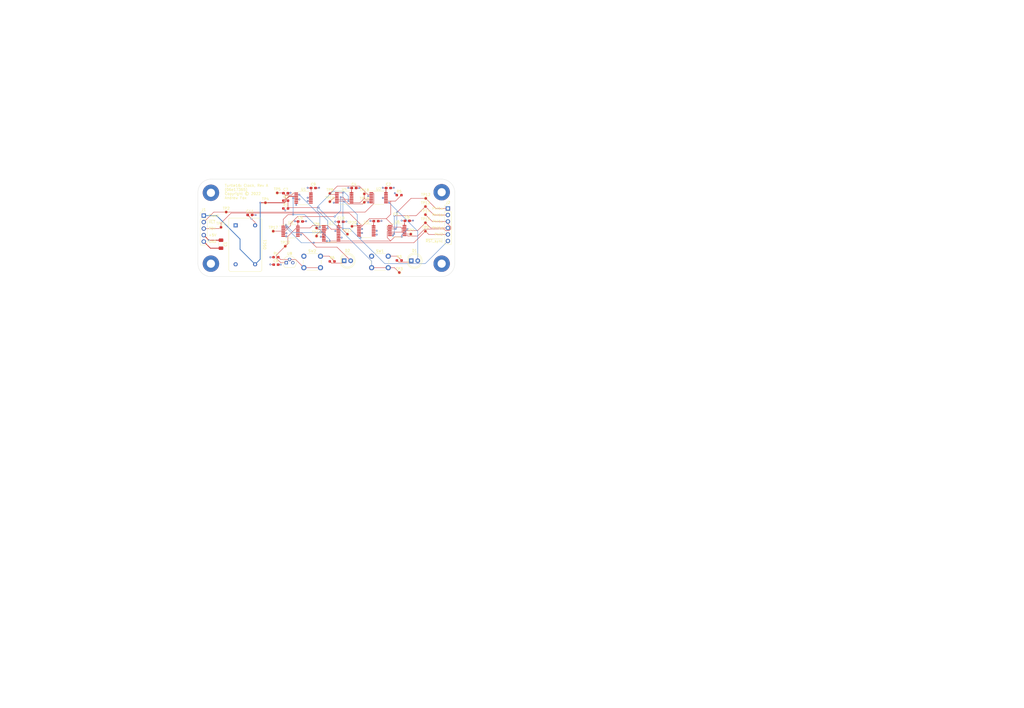
<source format=kicad_pcb>
(kicad_pcb (version 20211014) (generator pcbnew)
  (title_block (title "Turtle16: Clock Module") (date "2022-04-09") (rev "A (06e17365)") (comment 4 "Clock module for the Turtle16 computer"))
  (layers (0 "F.Cu" signal) (1 "In1.Cu" power) (2 "In2.Cu" power) (31 "B.Cu" signal) (34 "B.Paste" user) (35 "F.Paste" user) (36 "B.SilkS" user "B.Silkscreen") (37 "F.SilkS" user "F.Silkscreen") (38 "B.Mask" user) (39 "F.Mask" user) (44 "Edge.Cuts" user))
  (net 0 "")
  (net 1 "GND")
  (net 2 "VCC")
  (net 3 "Net-(D1-Pad2)")
  (net 4 "Net-(D1-Pad1)")
  (net 5 "Net-(D2-Pad1)")
  (net 6 "Net-(D2-Pad2)")
  (net 7 "/Clock/Phi1_0")
  (net 8 "Net-(R4-Pad2)")
  (net 10 "Net-(C7-Pad1)")
  (net 11 "/Clock/RawClock")
  (net 12 "/Clock/~{HLT}")
  (net 13 "/Clock/RDY")
  (net 14 "/Clock/Phi1a")
  (net 15 "/Clock/Phi1b")
  (net 16 "/Clock/Phi1c")
  (net 17 "/Clock/Phi1d")
  (net 18 "/Clock/Phi2")
  (net 19 "/Clock/~{RST_sync}")
  (net 20 "Net-(R1-Pad2)")
  (net 21 "Net-(TP6-Pad1)")
  (net 22 "/Clock/Button1")
  (net 27 "Net-(TP8-Pad1)")
  (net 31 "Net-(TP16-Pad1)")
  (net 35 "Net-(TP18-Pad1)")
  (net 36 "Net-(TP19-Pad1)")
  (net 37 "Net-(TP17-Pad1)")
  (net 38 "/Clock/~{RST_async}")
  (net 41 "Net-(TP20-Pad1)")
  (net 43 "Net-(U5-Pad3)")
  (net 46 "Net-(U5-Pad11)")
  (footprint "Capacitor_SMD:C_0603_1608Metric_Pad1.08x0.95mm_HandSolder" (layer "F.Cu") (at 157.0081 96.6109)
    (fp_text reference "C3")
    (fp_text value "100nF")
  )
  (footprint "Resistor_SMD:R_0603_1608Metric_Pad0.98x0.95mm_HandSolder" (layer "F.Cu") (at 166.0251 86.4509)
    (fp_text reference "R5")
    (fp_text value "10K")
  )
  (footprint "MountingHole:MountingHole_3.2mm_M3_Pad" (layer "F.Cu") (at 92.4921 113.2479)
    (fp_text reference "H3" hide)
    (fp_text value "MountingHole_Pad")
  )
  (footprint "TestPoint:TestPoint_Pad_D1.0mm" (layer "F.Cu") (at 113.792 89.408)
    (fp_text reference "TP4")
    (fp_text value "RawClock")
  )
  (footprint "TestPoint:TestPoint_Pad_D1.0mm" (layer "F.Cu") (at 121.539 106.426)
    (fp_text reference "TP22")
    (fp_text value "~{RST_async}")
  )
  (footprint "Capacitor_SMD:C_0603_1608Metric_Pad1.08x0.95mm_HandSolder" (layer "F.Cu") (at 169.2001 96.4839)
    (fp_text reference "C6")
    (fp_text value "100nF")
  )
  (footprint "Button_Switch_THT:SW_PUSH_6mm_H5mm" (layer "F.Cu") (at 155.2821 110.3269)
    (fp_text reference "SW1")
    (fp_text value "Resume")
  )
  (footprint "LED_THT:LED_D5.0mm" (layer "F.Cu") (at 170.7711 112.1049)
    (fp_text reference "D1")
    (fp_text value "Wait")
  )
  (footprint "Resistor_SMD:R_0603_1608Metric_Pad0.98x0.95mm_HandSolder" (layer "F.Cu") (at 121.7021 88.6099)
    (fp_text reference "R2")
    (fp_text value "1K")
  )
  (footprint "Package_SO:TSSOP-14_4.4x5mm_P0.65mm" (layer "F.Cu") (at 153.1981 100.4209)
    (fp_text reference "U3")
    (fp_text value "74AHCT05")
  )
  (footprint "Capacitor_SMD:C_0603_1608Metric_Pad1.08x0.95mm_HandSolder" (layer "F.Cu") (at 121.7021 85.6889)
    (fp_text reference "C7")
    (fp_text value "1uF")
  )
  (footprint "Oscillator:Oscillator_DIP-14" (layer "F.Cu") (at 102.144093 98.261907 -90)
    (fp_text reference "OSC1")
    (fp_text value "12MHz")
  )
  (footprint "MountingHole:MountingHole_3.2mm_M3_Pad" (layer "F.Cu") (at 182.6621 113.2479)
    (fp_text reference "H4" hide)
    (fp_text value "MountingHole_Pad")
  )
  (footprint "Capacitor_SMD:C_0603_1608Metric_Pad1.08x0.95mm_HandSolder" (layer "F.Cu") (at 117.8921 113.6289)
    (fp_text reference "C8")
    (fp_text value "100nF")
  )
  (footprint "Resistor_SMD:R_0603_1608Metric_Pad0.98x0.95mm_HandSolder" (layer "F.Cu") (at 121.7021 91.6579)
    (fp_text reference "R1")
    (fp_text value "10K")
  )
  (footprint "Resistor_SMD:R_0603_1608Metric_Pad0.98x0.95mm_HandSolder" (layer "F.Cu") (at 166.0721 111.9779)
    (fp_text reference "R3")
    (fp_text value "220R")
  )
  (footprint "TestPoint:TestPoint_Pad_D1.0mm" (layer "F.Cu") (at 96.4291 99.0239)
    (fp_text reference "TP21")
    (fp_text value "RDY")
  )
  (footprint "Capacitor_SMD:C_0603_1608Metric_Pad1.08x0.95mm_HandSolder" (layer "F.Cu") (at 132.4971 83.6569)
    (fp_text reference "C9")
    (fp_text value "100nF")
  )
  (footprint "MountingHole:MountingHole_3.2mm_M3_Pad" (layer "F.Cu") (at 92.4921 85.5258)
    (fp_text reference "H1" hide)
    (fp_text value "MountingHole_Pad")
  )
  (footprint "TestPoint:TestPoint_Pad_D1.0mm" (layer "F.Cu") (at 133.7671 102.4529)
    (fp_text reference "TP10")
    (fp_text value "Button1")
  )
  (footprint "Capacitor_SMD:C_1206_3216Metric_Pad1.33x1.80mm_HandSolder" (layer "F.Cu") (at 96.4291 105.6279 -90)
    (fp_text reference "C1")
    (fp_text value "100µF")
  )
  (footprint "Package_SO:TSSOP-14_4.4x5mm_P0.65mm" (layer "F.Cu") (at 144.5621 87.4669)
    (fp_text reference "U4")
    (fp_text value "74AHCT08")
  )
  (footprint "TestPoint:TestPoint_Pad_D1.0mm" (layer "F.Cu") (at 145.8321 101.6909)
    (fp_text reference "TP11")
    (fp_text value "~{RST_sync}")
  )
  (footprint "Package_SO:TSSOP-14_4.4x5mm_P0.65mm" (layer "F.Cu") (at 123.607093 100.547907)
    (fp_text reference "U5")
    (fp_text value "74AHCT04")
  )
  (footprint "MountingHole:MountingHole_3.2mm_M3_Pad" (layer "F.Cu") (at 182.6621 85.3079)
    (fp_text reference "H2" hide)
    (fp_text value "MountingHole_Pad")
  )
  (footprint "Package_SO:TSSOP-14_4.4x5mm_P0.65mm" (layer "F.Cu") (at 158.0241 87.4669)
    (fp_text reference "U2")
    (fp_text value "74AHCT04")
  )
  (footprint "Package_SO:TSSOP-14_4.4x5mm_P0.65mm" (layer "F.Cu") (at 128.6871 87.5939)
    (fp_text reference "U1")
    (fp_text value "74HC14")
  )
  (footprint "LED_THT:LED_D5.0mm" (layer "F.Cu") (at 144.5621 112.1049)
    (fp_text reference "D2")
    (fp_text value "Power OK")
  )
  (footprint "TestPoint:TestPoint_Pad_D1.0mm" (layer "F.Cu") (at 170.5971 101.6909)
    (fp_text reference "TP7")
    (fp_text value "Phi1_0")
  )
  (footprint "Capacitor_SMD:C_0603_1608Metric_Pad1.08x0.95mm_HandSolder" (layer "F.Cu") (at 127.4171 96.7379)
    (fp_text reference "C5")
    (fp_text value "100nF")
  )
  (footprint "Package_SO:TSSOP-20_4.4x6.5mm_P0.65mm" (layer "F.Cu") (at 139.4821 101.4369)
    (fp_text reference "U7")
    (fp_text value "74AHCT273")
  )
  (footprint "TestPoint:TestPoint_Pad_D1.0mm" (layer "F.Cu") (at 133.7671 99.2779)
    (fp_text reference "TP6")
    (fp_text value "Debounced")
  )
  (footprint "TestPoint:TestPoint_Pad_D1.0mm" (layer "F.Cu") (at 152.4361 85.9429)
    (fp_text reference "TP18")
    (fp_text value "TP")
  )
  (footprint "TestPoint:TestPoint_Pad_D1.0mm" (layer "F.Cu") (at 176.3121 97.2459)
    (fp_text reference "TP15")
    (fp_text value "Phi1d")
  )
  (footprint "TestPoint:TestPoint_Pad_D1.0mm" (layer "F.Cu") (at 176.3121 90.8959)
    (fp_text reference "TP13")
    (fp_text value "Phi1b")
  )
  (footprint "Resistor_SMD:R_0603_1608Metric_Pad0.98x0.95mm_HandSolder" (layer "F.Cu") (at 117.8921 110.7079)
    (fp_text reference "R4")
    (fp_text value "1K")
  )
  (footprint "TestPoint:TestPoint_Pad_D1.0mm" (layer "F.Cu") (at 118.4001 85.5619)
    (fp_text reference "TP5")
    (fp_text value "TP")
  )
  (footprint "Capacitor_SMD:C_0603_1608Metric_Pad1.08x0.95mm_HandSolder" (layer "F.Cu") (at 107.7321 94.1979)
    (fp_text reference "C11")
    (fp_text value "100nF")
  )
  (footprint "TestPoint:TestPoint_Pad_D1.0mm" (layer "F.Cu") (at 176.3121 100.5479)
    (fp_text reference "TP9")
    (fp_text value "Phi2")
  )
  (footprint "TestPoint:TestPoint_Pad_D1.0mm" (layer "F.Cu") (at 116.84 100.5479)
    (fp_text reference "TP17")
    (fp_text value "TP")
  )
  (footprint "TestPoint:TestPoint_Pad_D1.0mm" (layer "F.Cu") (at 166.116 116.713)
    (fp_text reference "TP3")
    (fp_text value "Resume")
  )
  (footprint "Package_SO:TSSOP-14_4.4x5mm_P0.65mm" (layer "F.Cu") (at 165.2631 100.2939)
    (fp_text reference "U6")
    (fp_text value "74AHCT08")
  )
  (footprint "Capacitor_SMD:C_0603_1608Metric_Pad1.08x0.95mm_HandSolder" (layer "F.Cu") (at 148.3721 83.6569)
    (fp_text reference "C4")
    (fp_text value "100nF")
  )
  (footprint "Connector_PinHeader_2.54mm:PinHeader_1x06_P2.54mm_Vertical" (layer "F.Cu") (at 185.1001 91.6679)
    (fp_text reference "J2")
    (fp_text value "Clock Outputs")
  )
  (footprint "TestPoint:TestPoint_Pad_D1.0mm" (layer "F.Cu") (at 152.4361 89.2449)
    (fp_text reference "TP19")
    (fp_text value "TP")
  )
  (footprint "Package_TO_SOT_THT:TO-92" (layer "F.Cu") (at 121.9561 112.8669)
    (fp_text reference "U8")
    (fp_text value "MCP100-450D")
  )
  (footprint "Resistor_SMD:R_0603_1608Metric_Pad0.98x0.95mm_HandSolder" (layer "F.Cu") (at 139.8631 112.3589)
    (fp_text reference "R6")
    (fp_text value "220R")
  )
  (footprint "Capacitor_SMD:C_0603_1608Metric_Pad1.08x0.95mm_HandSolder" (layer "F.Cu") (at 161.8341 83.6569)
    (fp_text reference "C2")
    (fp_text value "100nF")
  )
  (footprint "Connector_PinHeader_2.54mm:PinHeader_1x05_P2.54mm_Vertical" (layer "F.Cu") (at 89.6981 94.4519)
    (fp_text reference "J1")
    (fp_text value "Clock Inputs")
  )
  (footprint "TestPoint:TestPoint_Pad_D1.0mm" (layer "F.Cu") (at 176.3121 94.0709)
    (fp_text reference "TP14")
    (fp_text value "Phi1c")
  )
  (footprint "TestPoint:TestPoint_Pad_D1.0mm" (layer "F.Cu") (at 176.4391 87.7209)
    (fp_text reference "TP12")
    (fp_text value "Phi1a")
  )
  (footprint "Capacitor_SMD:C_0603_1608Metric_Pad1.08x0.95mm_HandSolder" (layer "F.Cu") (at 143.2921 96.8649)
    (fp_text reference "C10")
    (fp_text value "100nF")
  )
  (footprint "TestPoint:TestPoint_Pad_D1.0mm" (layer "F.Cu") (at 98.4611 93.0549)
    (fp_text reference "TP2")
    (fp_text value "~{HLT}")
  )
  (footprint "TestPoint:TestPoint_Pad_D1.0mm" (layer "F.Cu") (at 138.9741 85.8159)
    (fp_text reference "TP8")
    (fp_text value "HLT")
  )
  (footprint "TestPoint:TestPoint_Pad_D1.0mm" (layer "F.Cu") (at 138.9741 88.9909)
    (fp_text reference "TP16")
    (fp_text value "TP")
  )
  (footprint "TestPoint:TestPoint_Pad_D1.0mm" (layer "F.Cu") (at 147.6101 98.6429)
    (fp_text reference "TP20")
    (fp_text value "TP")
  )
  (footprint "Button_Switch_THT:SW_PUSH_6mm_H5mm" (layer "F.Cu") (at 128.8141 110.3269)
    (fp_text reference "SW2")
    (fp_text value "Reset")
  )
  (gr_line (start 187.742102 113.247898) (end 187.742102 85.307898) (layer "Edge.Cuts") (width 0.1))
  (gr_line (start 87.412102 85.307898) (end 87.412102 113.247898) (layer "Edge.Cuts") (width 0.1))
  (gr_line (start 92.492102 118.327898) (end 182.662102 118.327898) (layer "Edge.Cuts") (width 0.1))
  (gr_arc (start 182.662102 80.227898) (mid 186.254204 81.715796) (end 187.742102 85.307898) (layer "Edge.Cuts") (width 0.1))
  (gr_arc (start 187.742102 113.247898) (mid 186.254204 116.84) (end 182.662102 118.327898) (layer "Edge.Cuts") (width 0.1))
  (gr_arc (start 87.412102 85.307898) (mid 88.9 81.715796) (end 92.492102 80.227898) (layer "Edge.Cuts") (width 0.1))
  (gr_line (start 182.662102 80.227898) (end 92.492102 80.227898) (layer "Edge.Cuts") (width 0.1))
  (gr_arc (start 92.492102 118.327898) (mid 88.9 116.84) (end 87.412102 113.247898) (layer "Edge.Cuts") (width 0.1))
  (gr_text "Turtle16: Clock, Rev A\n(06e17365)\nCopyright © 2022\nAndrew Fox" (at 97.79 85.09) (layer "F.SilkS") (effects (font (size 1 1)) (justify left)))
  (gr_text "Clock" (at 91.476102 94.451898) (layer "F.SilkS") (effects (font (size 1 1)) (justify left)))
  (gr_text "+5V" (at 91.476102 102.071898) (layer "F.SilkS") (effects (font (size 1 1)) (justify left)))
  (gr_text "GND" (at 91.476102 104.611898) (layer "F.SilkS") (effects (font (size 1 1)) (justify left)))
  (gr_text "Phi1d" (at 183.297102 99.277898) (layer "F.SilkS") (effects (font (size 1 1)) (justify right)))
  (gr_text "Phi1c" (at 183.297102 96.737898) (layer "F.SilkS") (effects (font (size 1 1)) (justify right)))
  (gr_text "RDY" (at 91.476102 99.531898) (layer "F.SilkS") (effects (font (size 1 1)) (justify left)))
  (gr_text "Phi2" (at 183.297102 101.817898) (layer "F.SilkS") (effects (font (size 1 1)) (justify right)))
  (gr_text "Phi1a" (at 183.297102 91.657898) (layer "F.SilkS") (effects (font (size 1 1)) (justify right)))
  (gr_text "~{RST_sync}" (at 183.297102 104.394) (layer "F.SilkS") (effects (font (size 1 1)) (justify right)))
  (gr_text "~{HLT}" (at 91.476102 96.991898) (layer "F.SilkS") (effects (font (size 1 1)) (justify left)))
  (gr_text "Phi1b" (at 183.297102 94.197898) (layer "F.SilkS") (effects (font (size 1 1)) (justify right)))
  (segment (start 149.235 83.6569) (end 150.459 83.6569) (width 0.1524) (layer "F.Cu") (net 1))
  (segment (start 171.359 96.4839) (end 171.45 96.393) (width 0.1524) (layer "F.Cu") (net 1))
  (segment (start 119.772 113.6289) (end 118.7546 113.6289) (width 0.1524) (layer "F.Cu") (net 1))
  (segment (start 128.28 96.7379) (end 129.576 96.7379) (width 0.1524) (layer "F.Cu") (net 1))
  (segment (start 165.334 110.327) (end 161.7821 110.327) (width 0.1524) (layer "F.Cu") (net 1))
  (segment (start 135.4028 102.7205) (end 136.6196 102.7205) (width 0.1524) (layer "F.Cu") (net 1))
  (segment (start 133.36 83.6569) (end 134.656 83.6569) (width 0.1524) (layer "F.Cu") (net 1))
  (segment (start 150.3356 102.3709) (end 151.0204 103.0557) (width 0.1524) (layer "F.Cu") (net 1))
  (segment (start 142.3446 102.4119) (end 142.3446 103.0619) (width 0.1524) (layer "F.Cu") (net 1))
  (segment (start 155.0176 89.2729) (end 155.1616 89.4169) (width 0.1524) (layer "F.Cu") (net 1))
  (segment (start 145.324 96.8649) (end 145.415 96.774) (width 0.1524) (layer "F.Cu") (net 1))
  (segment (start 89.6981 104.612) (end 92.2766 107.19) (width 0.3048) (layer "F.Cu") (net 1))
  (segment (start 108.595 94.1979) (end 109.946 94.1979) (width 0.1524) (layer "F.Cu") (net 1))
  (segment (start 140.776 112.359) (end 138.744 110.327) (width 0.1524) (layer "F.Cu") (net 1))
  (segment (start 141.6996 89.4169) (end 140.4825 89.4169) (width 0.1524) (layer "F.Cu") (net 1))
  (segment (start 109.946 94.1979) (end 109.982 94.234) (width 0.1524) (layer "F.Cu") (net 1))
  (segment (start 92.2766 107.19) (end 96.4291 107.19) (width 0.3048) (layer "F.Cu") (net 1))
  (segment (start 138.744 110.327) (end 135.3141 110.327) (width 0.1524) (layer "F.Cu") (net 1))
  (segment (start 137.8396 104.4617) (end 136.7194 104.4617) (width 0.1524) (layer "F.Cu") (net 1))
  (segment (start 121.9648 102.5545) (end 120.8012 102.5545) (width 0.1524) (layer "F.Cu") (net 1))
  (segment (start 162.697 83.6569) (end 163.866 83.6569) (width 0.1524) (layer "F.Cu") (net 1))
  (segment (start 157.871 96.6109) (end 159.04 96.6109) (width 0.1524) (layer "F.Cu") (net 1))
  (segment (start 159.04 96.6109) (end 159.131 96.52) (width 0.1524) (layer "F.Cu") (net 1))
  (segment (start 163.641 102.2439) (end 162.4006 102.2439) (width 0.1524) (layer "F.Cu") (net 1))
  (segment (start 153.9346 89.2729) (end 155.0176 89.2729) (width 0.1524) (layer "F.Cu") (net 1))
  (segment (start 129.576 96.7379) (end 129.667 96.647) (width 0.1524) (layer "F.Cu") (net 1))
  (segment (start 125.8246 89.5439) (end 125.8246 90.2322) (width 0.1524) (layer "F.Cu") (net 1))
  (segment (start 123.5936 85.535) (end 122.7185 85.535) (width 0.1524) (layer "F.Cu") (net 1))
  (segment (start 136.6196 102.7205) (end 136.6196 102.4119) (width 0.1524) (layer "F.Cu") (net 1))
  (segment (start 170.063 96.4839) (end 171.359 96.4839) (width 0.1524) (layer "F.Cu") (net 1))
  (segment (start 144.155 96.8649) (end 145.324 96.8649) (width 0.1524) (layer "F.Cu") (net 1))
  (segment (start 143.5787 103.0619) (end 142.3446 103.0619) (width 0.1524) (layer "F.Cu") (net 1))
  (segment (start 166.985 111.978) (end 165.334 110.327) (width 0.1524) (layer "F.Cu") (net 1))
  (segment (start 163.866 83.6569) (end 163.957 83.566) (width 0.1524) (layer "F.Cu") (net 1))
  (segment (start 134.656 83.6569) (end 134.747 83.566) (width 0.1524) (layer "F.Cu") (net 1))
  (segment (start 136.6196 103.0619) (end 136.6196 102.7205) (width 0.1524) (layer "F.Cu") (net 1))
  (segment (start 141.1261 100.4619) (end 142.3446 100.4619) (width 0.1524) (layer "F.Cu") (net 1))
  (segment (start 150.459 83.6569) (end 150.495 83.693) (width 0.1524) (layer "F.Cu") (net 1))
  (via (at 109.982 94.234) (size 0.65) (drill 0.3) (layers "F.Cu" "B.Cu") (net 1))
  (via (at 123.5936 85.535) (size 0.65) (drill 0.3) (layers "F.Cu" "B.Cu") (net 1))
  (via (at 153.9346 89.2729) (size 0.65) (drill 0.3) (layers "F.Cu" "B.Cu") (net 1))
  (via (at 150.495 83.693) (size 0.65) (drill 0.3) (layers "F.Cu" "B.Cu") (net 1))
  (via (at 134.747 83.566) (size 0.65) (drill 0.3) (layers "F.Cu" "B.Cu") (net 1))
  (via (at 125.8246 90.2322) (size 0.65) (drill 0.3) (layers "F.Cu" "B.Cu") (net 1))
  (via (at 151.0204 103.0557) (size 0.65) (drill 0.3) (layers "F.Cu" "B.Cu") (net 1))
  (via (at 140.4825 89.4169) (size 0.65) (drill 0.3) (layers "F.Cu" "B.Cu") (net 1))
  (via (at 135.4028 102.7205) (size 0.65) (drill 0.3) (layers "F.Cu" "B.Cu") (net 1))
  (via (at 145.415 96.774) (size 0.65) (drill 0.3) (layers "F.Cu" "B.Cu") (net 1))
  (via (at 119.772 113.6289) (size 0.65) (drill 0.3) (layers "F.Cu" "B.Cu") (net 1))
  (via (at 129.667 96.647) (size 0.65) (drill 0.3) (layers "F.Cu" "B.Cu") (net 1))
  (via (at 171.45 96.393) (size 0.65) (drill 0.3) (layers "F.Cu" "B.Cu") (net 1))
  (via (at 163.641 102.2439) (size 0.65) (drill 0.3) (layers "F.Cu" "B.Cu") (net 1))
  (via (at 159.131 96.52) (size 0.65) (drill 0.3) (layers "F.Cu" "B.Cu") (net 1))
  (via (at 141.1261 100.4619) (size 0.65) (drill 0.3) (layers "F.Cu" "B.Cu") (net 1))
  (via (at 121.9648 102.5545) (size 0.65) (drill 0.3) (layers "F.Cu" "B.Cu") (net 1))
  (via (at 137.8396 104.4617) (size 0.65) (drill 0.3) (layers "F.Cu" "B.Cu") (net 1))
  (via (at 163.957 83.566) (size 0.65) (drill 0.3) (layers "F.Cu" "B.Cu") (net 1))
  (via (at 143.5787 103.0619) (size 0.65) (drill 0.3) (layers "F.Cu" "B.Cu") (net 1))
  (segment (start 125.9617 88.1068) (end 125.8246 88.2439) (width 0.1524) (layer "F.Cu") (net 2))
  (segment (start 167.096 96.4839) (end 167.005 96.393) (width 0.1524) (layer "F.Cu") (net 2))
  (segment (start 151.5545 99.6842) (end 150.4223 99.6842) (width 0.1524) (layer "F.Cu") (net 2))
  (segment (start 156.061 97.5834) (end 156.061 96.6959) (width 0.1524) (layer "F.Cu") (net 2))
  (segment (start 131.635 83.6569) (end 131.635 85.5589) (width 0.1524) (layer "F.Cu") (net 2))
  (segment (start 141.188 96.8649) (end 141.097 96.774) (width 0.1524) (layer "F.Cu") (net 2))
  (segment (start 126.47 97.7104) (end 126.4696 97.7108) (width 0.1524) (layer "F.Cu") (net 2))
  (segment (start 160.8866 84.6298) (end 160.8866 85.5169) (width 0.1524) (layer "F.Cu") (net 2))
  (segment (start 160.887 85.5169) (end 160.887 84.6294) (width 0.1524) (layer "F.Cu") (net 2))
  (segment (start 131.425 87.4693) (end 131.5496 87.5939) (width 0.1524) (layer "F.Cu") (net 2))
  (segment (start 107.4249 94.7529) (end 107.4246 94.7529) (width 0.1524) (layer "F.Cu") (net 2))
  (segment (start 160.9716 83.6569) (end 159.73 83.6569) (width 0.1524) (layer "F.Cu") (net 2))
  (segment (start 121.5432 92.4115) (end 120.7896 91.6579) (width 0.1524) (layer "F.Cu") (net 2))
  (segment (start 108.2921 95.6203) (end 109.764 97.0924) (width 0.1524) (layer "F.Cu") (net 2))
  (segment (start 126.5546 96.7379) (end 125.44 96.7379) (width 0.1524) (layer "F.Cu") (net 2))
  (segment (start 147.425 84.6294) (end 147.4246 84.6298) (width 0.1524) (layer "F.Cu") (net 2))
  (segment (start 115.733 110.708) (end 115.697 110.744) (width 0.1524) (layer "F.Cu") (net 2))
  (segment (start 131.4042 88.7485) (end 131.5496 88.8939) (width 0.1524) (layer "F.Cu") (net 2))
  (segment (start 131.5496 85.6439) (end 131.5496 86.2939) (width 0.1524) (layer "F.Cu") (net 2))
  (segment (start 160.887 84.6294) (end 160.887 83.7419) (width 0.1524) (layer "F.Cu") (net 2))
  (segment (start 91.6916 104.065) (end 96.4291 104.065) (width 0.3048) (layer "F.Cu") (net 2))
  (segment (start 130.3157 88.7485) (end 131.4042 88.7485) (width 0.1524) (layer "F.Cu") (net 2))
  (segment (start 156.061 98.4709) (end 156.061 97.5834) (width 0.1524) (layer "F.Cu") (net 2))
  (segment (start 147.5096 83.6569) (end 146.268 83.6569) (width 0.1524) (layer "F.Cu") (net 2))
  (segment (start 157.2781 101.8749) (end 156.2146 101.8749) (width 0.1524) (layer "F.Cu") (net 2))
  (segment (start 159.6671 87.5387) (end 160.8148 87.5387) (width 0.1524) (layer "F.Cu") (net 2))
  (segment (start 107.4246 94.7529) (end 106.8696 94.1979) (width 0.1524) (layer "F.Cu") (net 2))
  (segment (start 109.764 97.0924) (end 109.764 98.2619) (width 0.1524) (layer "F.Cu") (net 2))
  (segment (start 168.126 98.3439) (end 168.126 97.5199) (width 0.1524) (layer "F.Cu") (net 2))
  (segment (start 130.302 83.566) (end 130.393 83.6569) (width 0.1524) (layer "F.Cu") (net 2))
  (segment (start 116.9795 110.708) (end 115.733 110.708) (width 0.1524) (layer "F.Cu") (net 2))
  (segment (start 107.4249 94.7529) (end 108.2921 95.6203) (width 0.1524) (layer "F.Cu") (net 2))
  (segment (start 151.5529 101.2393) (end 150.504 101.2393) (width 0.1524) (layer "F.Cu") (net 2))
  (segment (start 130.3013 87.4693) (end 131.425 87.4693) (width 0.1524) (layer "F.Cu") (net 2))
  (segment (start 147.425 85.5169) (end 147.425 84.6294) (width 0.1524) (layer "F.Cu") (net 2))
  (segment (start 142.3446 97.7313) (end 142.3446 98.5119) (width 0.1524) (layer "F.Cu") (net 2))
  (segment (start 115.788 113.629) (end 115.697 113.538) (width 0.1524) (layer "F.Cu") (net 2))
  (segment (start 142.4296 96.8649) (end 141.188 96.8649) (width 0.1524) (layer "F.Cu") (net 2))
  (segment (start 130.393 83.6569) (end 131.6346 83.6569) (width 0.1524) (layer "F.Cu") (net 2))
  (segment (start 154.904 96.6109) (end 154.813 96.52) (width 0.1524) (layer "F.Cu") (net 2))
  (segment (start 120.8986 101.3519) (end 120.7446 101.1979) (width 0.1524) (layer "F.Cu") (net 2))
  (segment (start 127.7044 101.8718) (end 126.4935 101.8718) (width 0.1524) (layer "F.Cu") (net 2))
  (segment (start 142.345 98.5119) (end 142.345 97.7309) (width 0.1524) (layer "F.Cu") (net 2))
  (segment (start 147.4246 86.1669) (end 147.4246 86.8169) (width 0.1524) (layer "F.Cu") (net 2))
  (segment (start 121.983 101.3519) (end 120.8986 101.3519) (width 0.1524) (layer "F.Cu") (net 2))
  (segment (start 168.3376 96.4839) (end 167.096 96.4839) (width 0.1524) (layer "F.Cu") (net 2))
  (segment (start 126.47 97.7104) (end 126.47 96.8229) (width 0.1524) (layer "F.Cu") (net 2))
  (segment (start 155.1616 86.8169) (end 153.9223 86.8169) (width 0.1524) (layer "F.Cu") (net 2))
  (segment (start 142.345 97.7309) (end 142.345 96.9499) (width 0.1524) (layer "F.Cu") (net 2))
  (segment (start 126.47 98.5979) (end 126.47 97.7104) (width 0.1524) (layer "F.Cu") (net 2))
  (segment (start 146.268 83.6569) (end 146.177 83.566) (width 0.1524) (layer "F.Cu") (net 2))
  (segment (start 156.0606 97.5838) (end 156.0606 98.4709) (width 0.1524) (layer "F.Cu") (net 2))
  (segment (start 127.0532 88.1068) (end 125.9617 88.1068) (width 0.1524) (layer "F.Cu") (net 2))
  (segment (start 147.425 84.6294) (end 147.425 83.7419) (width 0.1524) (layer "F.Cu") (net 2))
  (segment (start 126.4696 97.7108) (end 126.4696 98.5979) (width 0.1524) (layer "F.Cu") (net 2))
  (segment (start 168.126 97.5199) (end 168.126 96.6959) (width 0.1524) (layer "F.Cu") (net 2))
  (segment (start 156.2146 101.8749) (end 156.0606 101.7209) (width 0.1524) (layer "F.Cu") (net 2))
  (segment (start 156.061 97.5834) (end 156.0606 97.5838) (width 0.1524) (layer "F.Cu") (net 2))
  (segment (start 160.8866 85.5169) (end 160.8866 86.1669) (width 0.1524) (layer "F.Cu") (net 2))
  (segment (start 159.73 83.6569) (end 159.639 83.566) (width 0.1524) (layer "F.Cu") (net 2))
  (segment (start 142.345 97.7309) (end 142.3446 97.7313) (width 0.1524) (layer "F.Cu") (net 2))
  (segment (start 147.4246 84.6298) (end 147.4246 85.5169) (width 0.1524) (layer "F.Cu") (net 2))
  (segment (start 117.0295 113.629) (end 115.788 113.629) (width 0.1524) (layer "F.Cu") (net 2))
  (segment (start 106.87 94.1979) (end 107.4249 94.7529) (width 0.1524) (layer "F.Cu") (net 2))
  (segment (start 89.6981 102.072) (end 91.6916 104.065) (width 0.3048) (layer "F.Cu") (net 2))
  (segment (start 168.126 97.5199) (end 168.1256 97.5203) (width 0.1524) (layer "F.Cu") (net 2))
  (segment (start 157.2903 100.3991) (end 156.0824 100.3991) (width 0.1524) (layer "F.Cu") (net 2))
  (segment (start 164.3541 85.6924) (end 165.1126 86.4509) (width 0.1524) (layer "F.Cu") (net 2))
  (segment (start 160.887 84.6294) (end 160.8866 84.6298) (width 0.1524) (layer "F.Cu") (net 2))
  (segment (start 156.1456 96.6109) (end 154.904 96.6109) (width 0.1524) (layer "F.Cu") (net 2))
  (segment (start 147.4246 85.5169) (end 147.4246 86.1669) (width 0.1524) (layer "F.Cu") (net 2))
  (segment (start 125.44 96.7379) (end 125.349 96.647) (width 0.1524) (layer "F.Cu") (net 2))
  (segment (start 156.0606 98.4709) (end 156.0606 99.1209) (width 0.1524) (layer "F.Cu") (net 2))
  (segment (start 150.504 101.2393) (end 150.3356 101.0709) (width 0.1524) (layer "F.Cu") (net 2))
  (segment (start 168.1256 97.5203) (end 168.1256 98.3439) (width 0.1524) (layer "F.Cu") (net 2))
  (via (at 151.5545 99.6842) (size 0.65) (drill 0.3) (layers "F.Cu" "B.Cu") (net 2))
  (via (at 127.7044 101.8718) (size 0.65) (drill 0.3) (layers "F.Cu" "B.Cu") (net 2))
  (via (at 151.5529 101.2393) (size 0.65) (drill 0.3) (layers "F.Cu" "B.Cu") (net 2))
  (via (at 159.6671 87.5387) (size 0.65) (drill 0.3) (layers "F.Cu" "B.Cu") (net 2))
  (via (at 130.3157 88.7485) (size 0.65) (drill 0.3) (layers "F.Cu" "B.Cu") (net 2))
  (via (at 141.097 96.774) (size 0.65) (drill 0.3) (layers "F.Cu" "B.Cu") (net 2))
  (via (at 157.2903 100.3991) (size 0.65) (drill 0.3) (layers "F.Cu" "B.Cu") (net 2))
  (via (at 130.3013 87.4693) (size 0.65) (drill 0.3) (layers "F.Cu" "B.Cu") (net 2))
  (via (at 164.3541 85.6924) (size 0.65) (drill 0.3) (layers "F.Cu" "B.Cu") (net 2))
  (via (at 159.639 83.566) (size 0.65) (drill 0.3) (layers "F.Cu" "B.Cu") (net 2))
  (via (at 127.0532 88.1068) (size 0.65) (drill 0.3) (layers "F.Cu" "B.Cu") (net 2))
  (via (at 108.2921 95.6203) (size 0.65) (drill 0.3) (layers "F.Cu" "B.Cu") (net 2))
  (via (at 121.983 101.3519) (size 0.65) (drill 0.3) (layers "F.Cu" "B.Cu") (net 2))
  (via (at 146.177 83.566) (size 0.65) (drill 0.3) (layers "F.Cu" "B.Cu") (net 2))
  (via (at 91.6916 104.065) (size 0.65) (drill 0.3) (layers "F.Cu" "B.Cu") (net 2))
  (via (at 157.2781 101.8749) (size 0.65) (drill 0.3) (layers "F.Cu" "B.Cu") (net 2))
  (via (at 167.005 96.393) (size 0.65) (drill 0.3) (layers "F.Cu" "B.Cu") (net 2))
  (via (at 121.5432 92.4115) (size 0.65) (drill 0.3) (layers "F.Cu" "B.Cu") (net 2))
  (via (at 154.813 96.52) (size 0.65) (drill 0.3) (layers "F.Cu" "B.Cu") (net 2))
  (via (at 115.697 113.538) (size 0.65) (drill 0.3) (layers "F.Cu" "B.Cu") (net 2))
  (via (at 153.9223 86.8169) (size 0.65) (drill 0.3) (layers "F.Cu" "B.Cu") (net 2))
  (via (at 130.302 83.566) (size 0.65) (drill 0.3) (layers "F.Cu" "B.Cu") (net 2))
  (via (at 125.349 96.647) (size 0.65) (drill 0.3) (layers "F.Cu" "B.Cu") (net 2))
  (via (at 115.697 110.744) (size 0.65) (drill 0.3) (layers "F.Cu" "B.Cu") (net 2))
  (segment (start 160.8866 89.4169) (end 162.1594 89.4169) (width 0.1524) (layer "F.Cu") (net 3))
  (via (at 162.1594 89.4169) (size 0.65) (drill 0.3) (layers "F.Cu" "B.Cu") (net 3))
  (segment (start 173.3111 112.1049) (end 173.3111 100.5686) (width 0.1524) (layer "B.Cu") (net 3))
  (segment (start 173.3111 100.5686) (end 162.1594 89.4169) (width 0.1524) (layer "B.Cu") (net 3))
  (segment (start 165.863 112.681) (end 170.195 112.681) (width 0.1524) (layer "F.Cu") (net 4))
  (segment (start 165.16 111.978) (end 165.863 112.681) (width 0.1524) (layer "F.Cu") (net 4))
  (segment (start 143.605 113.062) (end 144.562 112.105) (width 0.1524) (layer "F.Cu") (net 5))
  (segment (start 138.951 112.359) (end 139.654 113.062) (width 0.1524) (layer "F.Cu") (net 5))
  (segment (start 139.654 113.062) (end 143.605 113.062) (width 0.1524) (layer "F.Cu") (net 5))
  (segment (start 141.8071 106.8099) (end 133.648 106.8099) (width 0.1524) (layer "F.Cu") (net 6))
  (segment (start 147.1021 112.1049) (end 141.8071 106.8099) (width 0.1524) (layer "F.Cu") (net 6))
  (segment (start 133.648 106.8099) (end 128.036 101.1979) (width 0.1524) (layer "F.Cu") (net 6))
  (segment (start 128.036 101.1979) (end 126.4696 101.1979) (width 0.1524) (layer "F.Cu") (net 6))
  (segment (start 161.8232 100.2939) (end 161.3789 100.7382) (width 0.1524) (layer "F.Cu") (net 7))
  (segment (start 168.1256 99.6439) (end 169.2597 99.6439) (width 0.1524) (layer "F.Cu") (net 7))
  (segment (start 161.3789 103.0609) (end 162.6799 104.3619) (width 0.1524) (layer "F.Cu") (net 7))
  (segment (start 161.8232 100.2939) (end 161.4337 99.9044) (width 0.1524) (layer "F.Cu") (net 7))
  (segment (start 164.2805 102.7613) (end 167.0671 102.7613) (width 0.1524) (layer "F.Cu") (net 7))
  (segment (start 169.2597 99.6439) (end 169.3635 99.7477) (width 0.1524) (layer "F.Cu") (net 7))
  (segment (start 162.6799 104.3619) (end 164.2805 102.7613) (width 0.1524) (layer "F.Cu") (net 7))
  (segment (start 120.7446 98.5979) (end 120.7446 95.9174) (width 0.1524) (layer "F.Cu") (net 7))
  (segment (start 161.3789 100.7382) (end 161.3789 103.0609) (width 0.1524) (layer "F.Cu") (net 7))
  (segment (start 142.3446 104.3619) (end 138.8847 104.3619) (width 0.1524) (layer "F.Cu") (net 7))
  (segment (start 161.4337 98.7441) (end 161.8339 98.3439) (width 0.1524) (layer "F.Cu") (net 7))
  (segment (start 167.5467 101.5939) (end 167.0671 102.0735) (width 0.1524) (layer "F.Cu") (net 7))
  (segment (start 161.4337 99.9044) (end 161.4337 98.7441) (width 0.1524) (layer "F.Cu") (net 7))
  (segment (start 120.7446 95.9174) (end 122.6121 94.0499) (width 0.1524) (layer "F.Cu") (net 7))
  (segment (start 125.8246 87.5939) (end 124.6006 87.5939) (width 0.1524) (layer "F.Cu") (net 7))
  (segment (start 167.0671 102.0735) (end 167.0671 102.7613) (width 0.1524) (layer "F.Cu") (net 7))
  (segment (start 170.5971 101.6909) (end 168.2226 101.6909) (width 0.1524) (layer "F.Cu") (net 7))
  (segment (start 122.6121 94.0499) (end 124.6006 94.0499) (width 0.1524) (layer "F.Cu") (net 7))
  (segment (start 162.6799 104.3619) (end 142.3446 104.3619) (width 0.1524) (layer "F.Cu") (net 7))
  (via (at 138.8847 104.3619) (size 0.65) (drill 0.3) (layers "F.Cu" "B.Cu") (net 7))
  (via (at 169.3635 99.7477) (size 0.65) (drill 0.3) (layers "F.Cu" "B.Cu") (net 7))
  (via (at 167.0671 102.7613) (size 0.65) (drill 0.3) (layers "F.Cu" "B.Cu") (net 7))
  (via (at 124.6006 94.0499) (size 0.65) (drill 0.3) (layers "F.Cu" "B.Cu") (net 7))
  (via (at 124.6006 87.5939) (size 0.65) (drill 0.3) (layers "F.Cu" "B.Cu") (net 7))
  (segment (start 124.6006 94.0499) (end 124.6006 87.5939) (width 0.1524) (layer "B.Cu") (net 7))
  (segment (start 129.1155 94.0499) (end 124.6006 94.0499) (width 0.1524) (layer "B.Cu") (net 7))
  (segment (start 138.8847 103.8191) (end 129.1155 94.0499) (width 0.1524) (layer "B.Cu") (net 7))
  (segment (start 167.0671 102.0441) (end 169.3635 99.7477) (width 0.1524) (layer "B.Cu") (net 7))
  (segment (start 138.8847 104.3619) (end 138.8847 103.8191) (width 0.1524) (layer "B.Cu") (net 7))
  (segment (start 167.0671 102.7613) (end 167.0671 102.0441) (width 0.1524) (layer "B.Cu") (net 7))
  (segment (start 119.2492 111.1525) (end 118.8046 110.7079) (width 0.1524) (layer "F.Cu") (net 8))
  (segment (start 119.2495 111.1525) (end 119.694 111.597) (width 0.1524) (layer "F.Cu") (net 8))
  (segment (start 119.694 111.597) (end 123.2262 111.597) (width 0.1524) (layer "F.Cu") (net 8))
  (segment (start 118.805 110.708) (end 119.2495 111.1525) (width 0.1524) (layer "F.Cu") (net 8))
  (segment (start 125.584 111.597) (end 128.814 114.827) (width 0.1524) (layer "F.Cu") (net 8))
  (segment (start 119.2495 111.1525) (end 119.2492 111.1525) (width 0.1524) (layer "F.Cu") (net 8))
  (segment (start 128.8142 114.827) (end 135.314 114.827) (width 0.1524) (layer "F.Cu") (net 8))
  (segment (start 123.2262 111.597) (end 125.584 111.597) (width 0.1524) (layer "F.Cu") (net 8))
  (segment (start 120.8396 85.6889) (end 121.5995 86.4488) (width 0.1524) (layer "F.Cu") (net 10))
  (segment (start 121.5995 87.8) (end 120.7896 88.6099) (width 0.1524) (layer "F.Cu") (net 10))
  (segment (start 124.7694 85.6439) (end 125.8246 85.6439) (width 0.1524) (layer "F.Cu") (net 10))
  (segment (start 121.5995 86.4488) (end 121.5995 87.8) (width 0.1524) (layer "F.Cu") (net 10))
  (segment (start 123.9645 86.4488) (end 124.7694 85.6439) (width 0.1524) (layer "F.Cu") (net 10))
  (segment (start 118.4001 85.5619) (end 120.7126 85.5619) (width 0.1524) (layer "F.Cu") (net 10))
  (segment (start 121.5995 86.4488) (end 123.9645 86.4488) (width 0.1524) (layer "F.Cu") (net 10))
  (segment (start 111.76 89.408) (end 113.792 89.408) (width 0.3048) (layer "F.Cu") (net 11))
  (segment (start 121.732818 88.920431) (end 121.245249 89.408) (width 0.3048) (layer "F.Cu") (net 11))
  (segment (start 122.993736 86.9439) (end 121.732818 88.204818) (width 0.3048) (layer "F.Cu") (net 11))
  (segment (start 121.732818 88.204818) (end 121.732818 88.920431) (width 0.3048) (layer "F.Cu") (net 11))
  (segment (start 125.8246 86.9439) (end 122.993736 86.9439) (width 0.3048) (layer "F.Cu") (net 11))
  (segment (start 121.245249 89.408) (end 113.792 89.408) (width 0.3048) (layer "F.Cu") (net 11))
  (via (at 111.76 89.408) (size 0.65) (drill 0.3) (layers "F.Cu" "B.Cu") (net 11))
  (segment (start 103.886 103.632) (end 94.7059 94.4519) (width 0.3048) (layer "B.Cu") (net 11))
  (segment (start 94.7059 94.4519) (end 89.6981 94.4519) (width 0.3048) (layer "B.Cu") (net 11))
  (segment (start 111.76 111.506) (end 109.7641 113.5019) (width 0.3048) (layer "B.Cu") (net 11))
  (segment (start 109.7641 113.5019) (end 103.886 107.6238) (width 0.3048) (layer "B.Cu") (net 11))
  (segment (start 111.76 89.408) (end 111.76 111.506) (width 0.3048) (layer "B.Cu") (net 11))
  (segment (start 103.886 107.6238) (end 103.886 103.632) (width 0.3048) (layer "B.Cu") (net 11))
  (segment (start 152.8037 93.0549) (end 156.1771 89.6815) (width 0.1524) (layer "F.Cu") (net 12))
  (segment (start 156.1771 85.9696) (end 155.7244 85.5169) (width 0.1524) (layer "F.Cu") (net 12))
  (segment (start 156.1771 89.6815) (end 156.1771 85.9696) (width 0.1524) (layer "F.Cu") (net 12))
  (segment (start 93.6351 93.0549) (end 89.6981 96.9919) (width 0.1524) (layer "F.Cu") (net 12))
  (segment (start 98.4611 93.0549) (end 93.6351 93.0549) (width 0.1524) (layer "F.Cu") (net 12))
  (segment (start 98.4611 93.0549) (end 152.8037 93.0549) (width 0.1524) (layer "F.Cu") (net 12))
  (segment (start 163.3675 98.6314) (end 163.005 98.9939) (width 0.1524) (layer "F.Cu") (net 13))
  (segment (start 162.746 93.9546) (end 162.746 88.7669) (width 0.1524) (layer "F.Cu") (net 13))
  (segment (start 167.1497 100.9439) (end 167.1497 99.4062) (width 0.1524) (layer "F.Cu") (net 13))
  (segment (start 151.5808 98.5023) (end 154.4179 95.6652) (width 0.1524) (layer "F.Cu") (net 13))
  (segment (start 167.1497 99.4062) (end 166.7374 98.9939) (width 0.1524) (layer "F.Cu") (net 13))
  (segment (start 161.0354 95.6652) (end 163.3675 97.9973) (width 0.1524) (layer "F.Cu") (net 13))
  (segment (start 162.4006 100.9439) (end 167.1497 100.9439) (width 0.1524) (layer "F.Cu") (net 13))
  (segment (start 154.4179 95.6652) (end 161.0354 95.6652) (width 0.1524) (layer "F.Cu") (net 13))
  (segment (start 162.746 88.7669) (end 164.6216 88.7669) (width 0.1524) (layer "F.Cu") (net 13))
  (segment (start 166.7374 98.9939) (end 162.8715 98.9939) (width 0.1524) (layer "F.Cu") (net 13))
  (segment (start 167.1497 99.4062) (end 167.562 98.9939) (width 0.1524) (layer "F.Cu") (net 13))
  (segment (start 95.9211 99.5319) (end 96.4291 99.0239) (width 0.1524) (layer "F.Cu") (net 13))
  (segment (start 160.8866 88.7669) (end 162.746 88.7669) (width 0.1524) (layer "F.Cu") (net 13))
  (segment (start 151.5808 98.5023) (end 150.9622 99.1209) (width 0.1524) (layer "F.Cu") (net 13))
  (segment (start 167.1497 100.9439) (end 168.1256 100.9439) (width 0.1524) (layer "F.Cu") (net 13))
  (segment (start 96.4291 97.3729) (end 100.3269 93.4751) (width 0.1524) (layer "F.Cu") (net 13))
  (segment (start 164.6216 88.7669) (end 166.9376 86.4509) (width 0.1524) (layer "F.Cu") (net 13))
  (segment (start 96.4291 99.0239) (end 96.4291 97.3729) (width 0.1524) (layer "F.Cu") (net 13))
  (segment (start 89.6981 99.5319) (end 95.9211 99.5319) (width 0.1524) (layer "F.Cu") (net 13))
  (segment (start 146.5536 93.4751) (end 151.5808 98.5023) (width 0.1524) (layer "F.Cu") (net 13))
  (segment (start 100.3269 93.4751) (end 146.5536 93.4751) (width 0.1524) (layer "F.Cu") (net 13))
  (segment (start 163.3675 97.9973) (end 163.3675 98.6314) (width 0.1524) (layer "F.Cu") (net 13))
  (segment (start 161.0354 95.6652) (end 162.746 93.9546) (width 0.1524) (layer "F.Cu") (net 13))
  (segment (start 165.161 93.2077) (end 170.6478 87.7209) (width 0.1524) (layer "F.Cu") (net 14))
  (segment (start 170.6478 87.7209) (end 176.4391 87.7209) (width 0.1524) (layer "F.Cu") (net 14))
  (segment (start 185.1001 91.6679) (end 180.3861 91.6679) (width 0.1524) (layer "F.Cu") (net 14))
  (segment (start 180.3861 91.6679) (end 176.4391 87.7209) (width 0.1524) (layer "F.Cu") (net 14))
  (segment (start 162.4006 99.6439) (end 164.6677 99.6439) (width 0.1524) (layer "F.Cu") (net 14))
  (via (at 164.6677 99.6439) (size 0.65) (drill 0.3) (layers "F.Cu" "B.Cu") (net 14))
  (via (at 165.161 93.2077) (size 0.65) (drill 0.3) (layers "F.Cu" "B.Cu") (net 14))
  (segment (start 165.161 99.1506) (end 164.6677 99.6439) (width 0.1524) (layer "B.Cu") (net 14))
  (segment (start 165.161 93.2077) (end 165.161 99.1506) (width 0.1524) (layer "B.Cu") (net 14))
  (segment (start 164.211 94.4902) (end 172.7178 94.4902) (width 0.1524) (layer "F.Cu") (net 15))
  (segment (start 179.6241 94.2079) (end 176.3121 90.8959) (width 0.1524) (layer "F.Cu") (net 15))
  (segment (start 162.4006 101.5939) (end 164.0909 101.5939) (width 0.1524) (layer "F.Cu") (net 15))
  (segment (start 185.1001 94.2079) (end 179.6241 94.2079) (width 0.1524) (layer "F.Cu") (net 15))
  (segment (start 172.7178 94.4902) (end 176.3121 90.8959) (width 0.1524) (layer "F.Cu") (net 15))
  (segment (start 164.0909 101.5939) (end 164.1174 101.5674) (width 0.1524) (layer "F.Cu") (net 15))
  (via (at 164.1174 101.5674) (size 0.65) (drill 0.3) (layers "F.Cu" "B.Cu") (net 15))
  (via (at 164.211 94.4902) (size 0.65) (drill 0.3) (layers "F.Cu" "B.Cu") (net 15))
  (segment (start 164.211 94.4902) (end 164.1138 94.5874) (width 0.1524) (layer "B.Cu") (net 15))
  (segment (start 164.1138 94.5874) (end 164.1138 101.5638) (width 0.1524) (layer "B.Cu") (net 15))
  (segment (start 164.1138 101.5638) (end 164.1174 101.5674) (width 0.1524) (layer "B.Cu") (net 15))
  (segment (start 169.4807 102.4247) (end 173.2827 102.4247) (width 0.1524) (layer "F.Cu") (net 16))
  (segment (start 185.1001 96.7479) (end 185.1001 97.8268) (width 0.1524) (layer "F.Cu") (net 16))
  (segment (start 185.1001 96.7479) (end 178.9891 96.7479) (width 0.1524) (layer "F.Cu") (net 16))
  (segment (start 168.1256 102.2439) (end 169.2999 102.2439) (width 0.1524) (layer "F.Cu") (net 16))
  (segment (start 183.7365 99.7769) (end 184.3404 100.3808) (width 0.1524) (layer "F.Cu") (net 16))
  (segment (start 175.9305 99.7769) (end 183.7365 99.7769) (width 0.1524) (layer "F.Cu") (net 16))
  (segment (start 186.2403 99.675) (end 186.2403 98.8552) (width 0.1524) (layer "F.Cu") (net 16))
  (segment (start 184.3404 100.3808) (end 185.5345 100.3808) (width 0.1524) (layer "F.Cu") (net 16))
  (segment (start 169.2999 102.2439) (end 169.4807 102.4247) (width 0.1524) (layer "F.Cu") (net 16))
  (segment (start 173.2827 102.4247) (end 175.9305 99.7769) (width 0.1524) (layer "F.Cu") (net 16))
  (segment (start 185.2119 97.8268) (end 185.1001 97.8268) (width 0.1524) (layer "F.Cu") (net 16))
  (segment (start 178.9891 96.7479) (end 176.3121 94.0709) (width 0.1524) (layer "F.Cu") (net 16))
  (segment (start 186.2403 98.8552) (end 185.2119 97.8268) (width 0.1524) (layer "F.Cu") (net 16))
  (segment (start 185.5345 100.3808) (end 186.2403 99.675) (width 0.1524) (layer "F.Cu") (net 16))
  (segment (start 173.2564 100.3016) (end 176.3121 97.2459) (width 0.1524) (layer "F.Cu") (net 17))
  (segment (start 178.3541 99.2879) (end 185.1001 99.2879) (width 0.1524) (layer "F.Cu") (net 17))
  (segment (start 168.1333 100.3016) (end 173.2564 100.3016) (width 0.1524) (layer "F.Cu") (net 17))
  (segment (start 176.3121 97.2459) (end 178.3541 99.2879) (width 0.1524) (layer "F.Cu") (net 17))
  (segment (start 177.5921 101.8279) (end 176.3121 100.5479) (width 0.1524) (layer "F.Cu") (net 18))
  (segment (start 185.1001 101.8279) (end 177.5921 101.8279) (width 0.1524) (layer "F.Cu") (net 18))
  (segment (start 121.3382 99.2479) (end 121.8044 98.7817) (width 0.1524) (layer "F.Cu") (net 18))
  (segment (start 176.3121 100.5479) (end 171.7949 105.0651) (width 0.1524) (layer "F.Cu") (net 18))
  (segment (start 171.7949 105.0651) (end 132.6974 105.0651) (width 0.1524) (layer "F.Cu") (net 18))
  (segment (start 121.8044 98.7817) (end 121.8044 98.0814) (width 0.1524) (layer "F.Cu") (net 18))
  (via (at 121.8044 98.0814) (size 0.65) (drill 0.3) (layers "F.Cu" "B.Cu") (net 18))
  (via (at 132.6974 105.0651) (size 0.65) (drill 0.3) (layers "F.Cu" "B.Cu") (net 18))
  (segment (start 121.8044 99.0727) (end 127.7968 105.0651) (width 0.1524) (layer "B.Cu") (net 18))
  (segment (start 121.8044 98.0814) (end 121.8044 99.0727) (width 0.1524) (layer "B.Cu") (net 18))
  (segment (start 127.7968 105.0651) (end 132.6974 105.0651) (width 0.1524) (layer "B.Cu") (net 18))
  (segment (start 143.9972 99.856) (end 145.8321 101.6909) (width 0.1524) (layer "F.Cu") (net 19))
  (segment (start 143.6239 99.1619) (end 142.3446 99.1619) (width 0.1524) (layer "F.Cu") (net 19))
  (segment (start 141.6996 85.5169) (end 144.0724 85.5169) (width 0.1524) (layer "F.Cu") (net 19))
  (segment (start 143.9972 99.5352) (end 143.9972 99.856) (width 0.1524) (layer "F.Cu") (net 19))
  (segment (start 143.9972 99.5352) (end 143.6239 99.1619) (width 0.1524) (layer "F.Cu") (net 19))
  (via (at 144.0724 85.5169) (size 0.65) (drill 0.3) (layers "F.Cu" "B.Cu") (net 19))
  (via (at 143.9972 99.5352) (size 0.65) (drill 0.3) (layers "F.Cu" "B.Cu") (net 19))
  (segment (start 143.9972 99.5352) (end 144.0724 99.46) (width 0.1524) (layer "B.Cu") (net 19))
  (segment (start 160.4181 113.2368) (end 146.6413 99.46) (width 0.1524) (layer "B.Cu") (net 19))
  (segment (start 144.0724 99.46) (end 144.0724 85.5169) (width 0.1524) (layer "B.Cu") (net 19))
  (segment (start 146.6413 99.46) (end 144.0724 99.46) (width 0.1524) (layer "B.Cu") (net 19))
  (segment (start 185.1001 104.3679) (end 176.2312 113.2368) (width 0.1524) (layer "B.Cu") (net 19))
  (segment (start 160.4181 113.2368) (end 176.2312 113.2368) (width 0.1524) (layer "B.Cu") (net 19))
  (segment (start 161.782 114.827) (end 164.23 114.827) (width 0.1524) (layer "F.Cu") (net 20))
  (segment (start 122.6146 91.2985) (end 122.6146 88.6099) (width 0.1524) (layer "F.Cu") (net 20))
  (segment (start 155.2822 114.827) (end 161.782 114.827) (width 0.1524) (layer "F.Cu") (net 20))
  (segment (start 122.6146 91.2985) (end 134.5994 91.2985) (width 0.1524) (layer "F.Cu") (net 20))
  (segment (start 164.23 114.827) (end 166.116 116.713) (width 0.1524) (layer "F.Cu") (net 20))
  (via (at 134.5994 91.2985) (size 0.65) (drill 0.3) (layers "F.Cu" "B.Cu") (net 20))
  (segment (start 134.5994 91.5637) (end 134.5994 91.2985) (width 0.1524) (layer "B.Cu") (net 20))
  (segment (start 155.2821 114.8269) (end 155.2821 112.2464) (width 0.1524) (layer "B.Cu") (net 20))
  (segment (start 155.2821 112.2464) (end 134.5994 91.5637) (width 0.1524) (layer "B.Cu") (net 20))
  (segment (start 125.8246 86.2939) (end 127.0445 86.2939) (width 0.1524) (layer "F.Cu") (net 21))
  (segment (start 134.3011 99.8119) (end 133.7671 99.2779) (width 0.1524) (layer "F.Cu") (net 21))
  (segment (start 136.6196 99.8119) (end 134.3011 99.8119) (width 0.1524) (layer "F.Cu") (net 21))
  (segment (start 134.1121 98.9329) (end 133.7671 99.2779) (width 0.1524) (layer "F.Cu") (net 21))
  (segment (start 135.0744 98.9329) (end 134.1121 98.9329) (width 0.1524) (layer "F.Cu") (net 21))
  (via (at 135.0744 98.9329) (size 0.65) (drill 0.3) (layers "F.Cu" "B.Cu") (net 21))
  (via (at 127.0445 86.2939) (size 0.65) (drill 0.3) (layers "F.Cu" "B.Cu") (net 21))
  (segment (start 135.0744 94.3238) (end 127.0445 86.2939) (width 0.1524) (layer "B.Cu") (net 21))
  (segment (start 135.0744 98.9329) (end 135.0744 94.3238) (width 0.1524) (layer "B.Cu") (net 21))
  (segment (start 137.7379 99.4241) (end 137.5884 99.5736) (width 0.1524) (layer "F.Cu") (net 22))
  (segment (start 135.2154 100.4619) (end 133.7671 101.9102) (width 0.1524) (layer "F.Cu") (net 22))
  (segment (start 138.1317 99.4241) (end 137.7379 99.4241) (width 0.1524) (layer "F.Cu") (net 22))
  (segment (start 136.6196 100.4619) (end 135.2154 100.4619) (width 0.1524) (layer "F.Cu") (net 22))
  (segment (start 133.7671 101.9102) (end 133.7671 102.4529) (width 0.1524) (layer "F.Cu") (net 22))
  (segment (start 137.1971 100.4619) (end 137.5884 100.0706) (width 0.1524) (layer "F.Cu") (net 22))
  (segment (start 137.5884 99.5736) (end 137.1767 99.1619) (width 0.1524) (layer "F.Cu") (net 22))
  (segment (start 137.5884 100.0706) (end 137.5884 99.5736) (width 0.1524) (layer "F.Cu") (net 22))
  (segment (start 147.4246 88.7669) (end 146.2075 88.7669) (width 0.1524) (layer "F.Cu") (net 22))
  (via (at 138.1317 99.4241) (size 0.65) (drill 0.3) (layers "F.Cu" "B.Cu") (net 22))
  (via (at 146.2075 88.7669) (size 0.65) (drill 0.3) (layers "F.Cu" "B.Cu") (net 22))
  (segment (start 138.1317 99.4241) (end 138.1317 96.4728) (width 0.1524) (layer "B.Cu") (net 22))
  (segment (start 138.1317 96.4728) (end 134.0447 92.3858) (width 0.1524) (layer "B.Cu") (net 22))
  (segment (start 144.2585 84.9193) (end 146.2075 86.8683) (width 0.1524) (layer "B.Cu") (net 22))
  (segment (start 146.2075 86.8683) (end 146.2075 88.7669) (width 0.1524) (layer "B.Cu") (net 22))
  (segment (start 140.1847 84.9193) (end 144.2585 84.9193) (width 0.1524) (layer "B.Cu") (net 22))
  (segment (start 134.0447 92.3858) (end 134.0447 91.0593) (width 0.1524) (layer "B.Cu") (net 22))
  (segment (start 134.0447 91.0593) (end 140.1847 84.9193) (width 0.1524) (layer "B.Cu") (net 22))
  (segment (start 150.5316 82.9461) (end 141.8439 82.9461) (width 0.1524) (layer "F.Cu") (net 27))
  (segment (start 153.7524 86.1669) (end 150.5316 82.9461) (width 0.1524) (layer "F.Cu") (net 27))
  (segment (start 155.1616 86.1669) (end 153.7524 86.1669) (width 0.1524) (layer "F.Cu") (net 27))
  (segment (start 138.9741 85.8159) (end 139.3251 86.1669) (width 0.1524) (layer "F.Cu") (net 27))
  (segment (start 139.3251 86.1669) (end 141.6996 86.1669) (width 0.1524) (layer "F.Cu") (net 27))
  (segment (start 141.8439 82.9461) (end 138.9741 85.8159) (width 0.1524) (layer "F.Cu") (net 27))
  (segment (start 141.6996 86.8169) (end 141.6996 87.4669) (width 0.1524) (layer "F.Cu") (net 31))
  (segment (start 140.4981 87.4669) (end 138.9741 88.9909) (width 0.1524) (layer "F.Cu") (net 31))
  (segment (start 141.6996 87.4669) (end 140.4981 87.4669) (width 0.1524) (layer "F.Cu") (net 31))
  (segment (start 152.4361 87.7436) (end 152.8094 88.1169) (width 0.1524) (layer "F.Cu") (net 35))
  (segment (start 150.7628 89.4169) (end 152.4361 87.7436) (width 0.1524) (layer "F.Cu") (net 35))
  (segment (start 152.4361 87.7436) (end 152.4361 85.9429) (width 0.1524) (layer "F.Cu") (net 35))
  (segment (start 147.4246 89.4169) (end 150.7628 89.4169) (width 0.1524) (layer "F.Cu") (net 35))
  (segment (start 152.8094 88.1169) (end 155.1616 88.1169) (width 0.1524) (layer "F.Cu") (net 35))
  (segment (start 146.2953 89.8935) (end 144.5187 88.1169) (width 0.1524) (layer "F.Cu") (net 36))
  (segment (start 152.4361 89.2449) (end 151.7875 89.8935) (width 0.1524) (layer "F.Cu") (net 36))
  (segment (start 152.962 88.719) (end 152.4361 89.2449) (width 0.1524) (layer "F.Cu") (net 36))
  (segment (start 155.1137 88.719) (end 152.962 88.719) (width 0.1524) (layer "F.Cu") (net 36))
  (segment (start 151.7875 89.8935) (end 146.2953 89.8935) (width 0.1524) (layer "F.Cu") (net 36))
  (segment (start 144.5187 88.1169) (end 141.6996 88.1169) (width 0.1524) (layer "F.Cu") (net 36))
  (segment (start 147.4246 88.1169) (end 144.9504 88.1169) (width 0.1524) (layer "F.Cu") (net 37))
  (segment (start 144.9504 88.1169) (end 144.1093 87.2758) (width 0.1524) (layer "F.Cu") (net 37))
  (segment (start 121.434 100.5479) (end 123.6071 98.3748) (width 0.1524) (layer "F.Cu") (net 37))
  (segment (start 126.347 94.8187) (end 140.8355 94.8187) (width 0.1524) (layer "F.Cu") (net 37))
  (segment (start 123.6071 98.3748) (end 123.6071 97.5586) (width 0.1524) (layer "F.Cu") (net 37))
  (segment (start 123.6071 97.5586) (end 126.347 94.8187) (width 0.1524) (layer "F.Cu") (net 37))
  (segment (start 144.1093 87.2758) (end 143.2188 87.2758) (width 0.1524) (layer "F.Cu") (net 37))
  (segment (start 116.84 100.5479) (end 121.434 100.5479) (width 0.1524) (layer "F.Cu") (net 37))
  (via (at 140.8355 94.8187) (size 0.65) (drill 0.3) (layers "F.Cu" "B.Cu") (net 37))
  (via (at 143.2188 87.2758) (size 0.65) (drill 0.3) (layers "F.Cu" "B.Cu") (net 37))
  (segment (start 143.2188 92.4354) (end 143.2188 87.2758) (width 0.1524) (layer "B.Cu") (net 37))
  (segment (start 140.8355 94.8187) (end 143.2188 92.4354) (width 0.1524) (layer "B.Cu") (net 37))
  (segment (start 122.5713 102.5413) (end 125.8647 99.2479) (width 0.1524) (layer "F.Cu") (net 38))
  (segment (start 139.5478 99.8119) (end 138.1149 98.379) (width 0.1524) (layer "F.Cu") (net 38))
  (segment (start 122.5713 105.3937) (end 122.5713 102.5413) (width 0.1524) (layer "F.Cu") (net 38))
  (segment (start 142.3446 99.8119) (end 139.5478 99.8119) (width 0.1524) (layer "F.Cu") (net 38))
  (segment (start 136.4867 98.379) (end 136.6196 98.5119) (width 0.1524) (layer "F.Cu") (net 38))
  (segment (start 135.9819 98.379) (end 136.4867 98.379) (width 0.1524) (layer "F.Cu") (net 38))
  (segment (start 126.4696 99.2479) (end 131.3004 99.2479) (width 0.1524) (layer "F.Cu") (net 38))
  (segment (start 131.3004 99.2479) (end 132.1693 98.379) (width 0.1524) (layer "F.Cu") (net 38))
  (segment (start 119.7709 112.8669) (end 118.0751 111.1711) (width 0.1524) (layer "F.Cu") (net 38))
  (segment (start 121.9561 112.8669) (end 119.7709 112.8669) (width 0.1524) (layer "F.Cu") (net 38))
  (segment (start 121.539 106.426) (end 122.5713 105.3937) (width 0.1524) (layer "F.Cu") (net 38))
  (segment (start 118.0751 111.1711) (end 118.0751 109.8899) (width 0.1524) (layer "F.Cu") (net 38))
  (segment (start 132.1693 98.379) (end 135.9819 98.379) (width 0.1524) (layer "F.Cu") (net 38))
  (segment (start 138.1149 98.379) (end 135.9819 98.379) (width 0.1524) (layer "F.Cu") (net 38))
  (segment (start 118.0751 109.8899) (end 121.539 106.426) (width 0.1524) (layer "F.Cu") (net 38))
  (segment (start 149.678 97.7726) (end 149.678 98.4709) (width 0.1524) (layer "F.Cu") (net 41))
  (segment (start 141.6996 88.7669) (end 144.3852 88.7669) (width 0.1524) (layer "F.Cu") (net 41))
  (segment (start 149.678 98.4709) (end 147.7821 98.4709) (width 0.1524) (layer "F.Cu") (net 41))
  (segment (start 144.3852 88.7669) (end 144.63 89.0117) (width 0.1524) (layer "F.Cu") (net 41))
  (via (at 149.678 97.7726) (size 0.65) (drill 0.3) (layers "F.Cu" "B.Cu") (net 41))
  (via (at 144.63 89.0117) (size 0.65) (drill 0.3) (layers "F.Cu" "B.Cu") (net 41))
  (segment (start 149.678 94.0597) (end 144.63 89.0117) (width 0.1524) (layer "B.Cu") (net 41))
  (segment (start 149.678 97.7726) (end 149.678 94.0597) (width 0.1524) (layer "B.Cu") (net 41))
  (segment (start 122.3798 98.8291) (end 122.3798 98.7919) (width 0.1524) (layer "F.Cu") (net 43))
  (segment (start 135.3714 101.0893) (end 136.597 101.0893) (width 0.1524) (layer "F.Cu") (net 43))
  (segment (start 121.311 99.8979) (end 122.3798 98.8291) (width 0.1524) (layer "F.Cu") (net 43))
  (via (at 135.3714 101.0893) (size 0.65) (drill 0.3) (layers "F.Cu" "B.Cu") (net 43))
  (via (at 122.3798 98.7919) (size 0.65) (drill 0.3) (layers "F.Cu" "B.Cu") (net 43))
  (segment (start 124.6772 101.0893) (end 122.3798 98.7919) (width 0.1524) (layer "B.Cu") (net 43))
  (segment (start 135.3714 101.0893) (end 124.6772 101.0893) (width 0.1524) (layer "B.Cu") (net 43))
  (segment (start 126.4696 99.8979) (end 126.4696 100.5479) (width 0.1524) (layer "F.Cu") (net 46))
)
</source>
